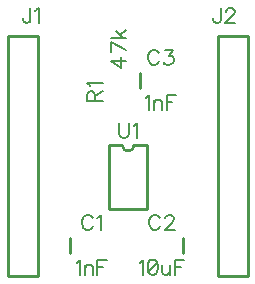
<source format=gto>
G04 DipTrace 3.0.0.2*
G04 PCBFR2311.gto*
%MOIN*%
G04 #@! TF.FileFunction,Legend,Top*
G04 #@! TF.Part,Single*
%ADD10C,0.009843*%
%ADD36C,0.00772*%
%FSLAX26Y26*%
G04*
G70*
G90*
G75*
G01*
G04 TopSilk*
%LPD*%
X787939Y935859D2*
D10*
Y723259D1*
X913911Y935859D2*
Y723259D1*
X787939D2*
X913911D1*
X787939Y935859D2*
X831236D1*
X870614D2*
X913911D1*
X831236D2*
G03X870614Y935859I19689J23D01*
G01*
X549002Y1300213D2*
X449000D1*
Y500286D1*
X549002D1*
Y1300213D1*
X1148998Y500286D2*
X1249000D1*
Y1300213D1*
X1148998D1*
Y500286D1*
X658081Y574839D2*
Y625980D1*
X1034331D2*
Y574839D1*
X889118Y1124781D2*
Y1175923D1*
X820462Y1009082D2*
D36*
Y973212D1*
X822839Y966027D1*
X827647Y961274D1*
X834832Y958842D1*
X839585D1*
X846770Y961274D1*
X851579Y966027D1*
X853956Y973212D1*
Y1009082D1*
X869395Y999465D2*
X874203Y1001897D1*
X881388Y1009027D1*
Y958842D1*
X524710Y1392370D2*
Y1354124D1*
X522334Y1346939D1*
X519902Y1344562D1*
X515148Y1342130D1*
X510340D1*
X505587Y1344562D1*
X503210Y1346939D1*
X500778Y1354124D1*
Y1358877D1*
X540149Y1382753D2*
X544958Y1385185D1*
X552143Y1392315D1*
Y1342130D1*
X1159039Y1392370D2*
Y1354124D1*
X1156662Y1346939D1*
X1154230Y1344562D1*
X1149477Y1342130D1*
X1144669D1*
X1139916Y1344562D1*
X1137539Y1346939D1*
X1135107Y1354124D1*
Y1358877D1*
X1176910Y1380377D2*
Y1382753D1*
X1179287Y1387562D1*
X1181663Y1389938D1*
X1186472Y1392315D1*
X1196033D1*
X1200786Y1389938D1*
X1203163Y1387562D1*
X1205595Y1382753D1*
Y1378000D1*
X1203163Y1373192D1*
X1198410Y1366062D1*
X1174478Y1342130D1*
X1207972D1*
X739171Y1082298D2*
Y1103798D1*
X736739Y1110983D1*
X734362Y1113415D1*
X729609Y1115792D1*
X724801D1*
X720047Y1113415D1*
X717616Y1110983D1*
X715239Y1103798D1*
Y1082298D1*
X765479D1*
X739171Y1099045D2*
X765479Y1115791D1*
X724856Y1131231D2*
X722424Y1136039D1*
X715294Y1143224D1*
X765479D1*
X843282Y1217153D2*
X793097D1*
X826535Y1193221D1*
Y1229091D1*
X843282Y1254092D2*
X793097Y1278024D1*
Y1244530D1*
X793042Y1293463D2*
X843282D1*
X809789Y1317395D2*
X833720Y1293463D1*
X824159Y1303024D2*
X843282Y1319771D1*
X733177Y691222D2*
X730800Y695975D1*
X725992Y700783D1*
X721238Y703160D1*
X711677D1*
X706868Y700783D1*
X702115Y695975D1*
X699683Y691222D1*
X697307Y684037D1*
Y672043D1*
X699683Y664914D1*
X702115Y660105D1*
X706868Y655352D1*
X711677Y652920D1*
X721238D1*
X725992Y655352D1*
X730800Y660105D1*
X733177Y664914D1*
X748616Y693543D2*
X753424Y695975D1*
X760609Y703105D1*
Y652920D1*
X678809Y544306D2*
X683618Y546738D1*
X690803Y553868D1*
Y503683D1*
X706242Y537177D2*
Y503683D1*
Y527615D2*
X713427Y534800D1*
X718236Y537177D1*
X725365D1*
X730174Y534800D1*
X732551Y527615D1*
Y503683D1*
X779107Y553923D2*
X747990D1*
Y503683D1*
Y529991D2*
X767113D1*
X956923Y691222D2*
X954546Y695975D1*
X949738Y700783D1*
X944985Y703160D1*
X935423D1*
X930614Y700783D1*
X925861Y695975D1*
X923429Y691222D1*
X921053Y684037D1*
Y672043D1*
X923429Y664914D1*
X925861Y660105D1*
X930614Y655352D1*
X935423Y652920D1*
X944985D1*
X949738Y655352D1*
X954546Y660105D1*
X956923Y664914D1*
X974794Y691167D2*
Y693543D1*
X977170Y698352D1*
X979547Y700728D1*
X984355Y703105D1*
X993917D1*
X998670Y700728D1*
X1001047Y698352D1*
X1003479Y693543D1*
Y688790D1*
X1001047Y683982D1*
X996294Y676852D1*
X972362Y652920D1*
X1005855D1*
X888839Y544306D2*
X893648Y546738D1*
X900833Y553868D1*
Y503683D1*
X930642Y553868D2*
X923457Y551491D1*
X918649Y544306D1*
X916272Y532368D1*
Y525183D1*
X918649Y513245D1*
X923457Y506060D1*
X930642Y503683D1*
X935395D1*
X942580Y506060D1*
X947333Y513245D1*
X949765Y525183D1*
Y532368D1*
X947333Y544306D1*
X942580Y551491D1*
X935395Y553868D1*
X930642D1*
X947333Y544306D2*
X918649Y513245D1*
X965205Y537177D2*
Y513245D1*
X967581Y506115D1*
X972390Y503683D1*
X979575D1*
X984328Y506115D1*
X991513Y513245D1*
Y537177D2*
Y503683D1*
X1038069Y553923D2*
X1006952D1*
Y503683D1*
Y529991D2*
X1026075D1*
X953463Y1241164D2*
X951087Y1245917D1*
X946278Y1250726D1*
X941525Y1253102D1*
X931964D1*
X927155Y1250726D1*
X922402Y1245917D1*
X919970Y1241164D1*
X917593Y1233979D1*
Y1221986D1*
X919970Y1214856D1*
X922402Y1210047D1*
X927155Y1205294D1*
X931964Y1202862D1*
X941525D1*
X946278Y1205294D1*
X951087Y1210047D1*
X953463Y1214856D1*
X973711Y1253047D2*
X999964D1*
X985649Y1233924D1*
X992834D1*
X997588Y1231547D1*
X999964Y1229171D1*
X1002396Y1221986D1*
Y1217232D1*
X999964Y1210047D1*
X995211Y1205239D1*
X988026Y1202862D1*
X980841D1*
X973711Y1205239D1*
X971335Y1207671D1*
X968903Y1212424D1*
X909846Y1094249D2*
X914655Y1096680D1*
X921840Y1103810D1*
Y1053625D1*
X937279Y1087119D2*
Y1053625D1*
Y1077557D2*
X944464Y1084742D1*
X949272Y1087119D1*
X956402D1*
X961211Y1084742D1*
X963587Y1077557D1*
Y1053625D1*
X1010143Y1103865D2*
X979027D1*
Y1053625D1*
Y1079934D2*
X998150D1*
M02*

</source>
